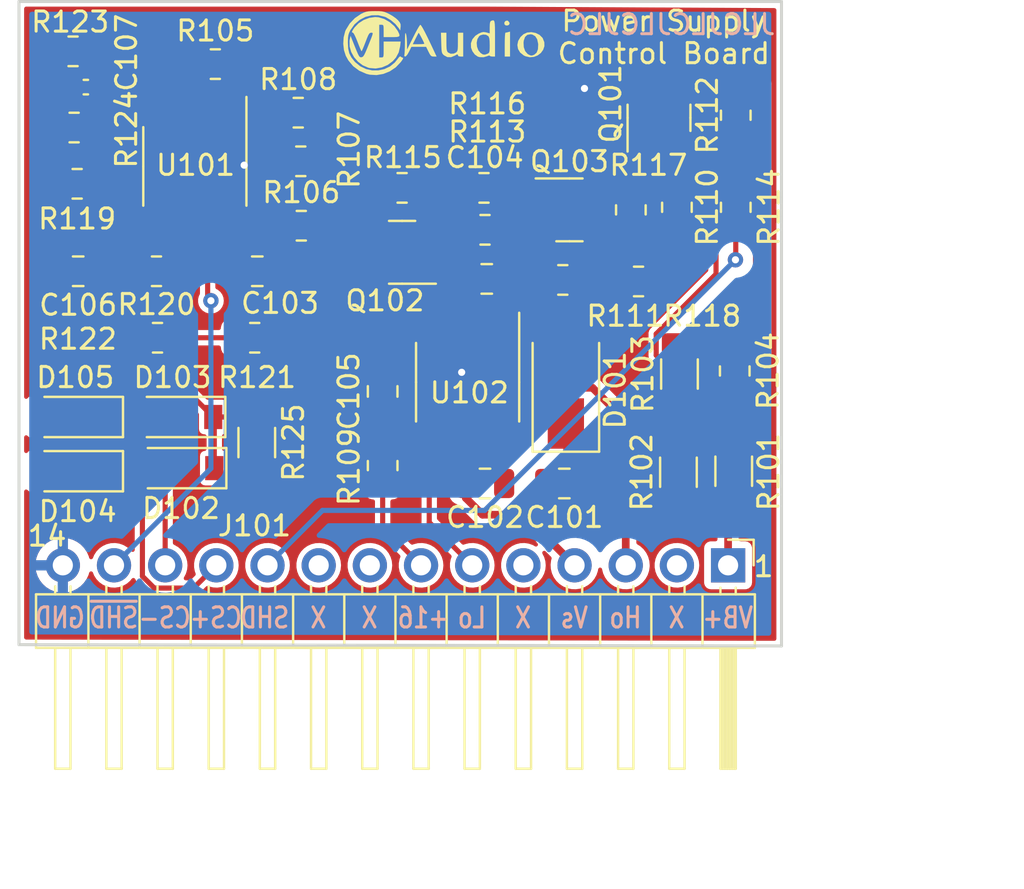
<source format=kicad_pcb>
(kicad_pcb (version 20210228) (generator pcbnew)
  (title_block (title "Power Supply Control Board IR2153") (date "2021-03-10") (rev "Rev 1.1") (company "vh-Audio"))
  (layers (0 "F.Cu" signal) (31 "B.Cu" signal) (34 "B.Paste" user) (35 "F.Paste" user) (36 "B.SilkS" user "B.Silkscreen") (37 "F.SilkS" user "F.Silkscreen") (38 "B.Mask" user) (39 "F.Mask" user) (44 "Edge.Cuts" user))
  (net 0 "")
  (net 1 "GND")
  (net 2 "+16V")
  (net 3 "Net-(C101-Pad1)")
  (net 4 "Vs")
  (net 5 "Net-(C104-Pad1)")
  (net 6 "Net-(D101-Pad2)")
  (net 7 "Net-(C106-Pad1)")
  (net 8 "Net-(C107-Pad1)")
  (net 9 "CS+")
  (net 10 "Net-(D102-Pad1)")
  (net 11 "CS-")
  (net 12 "ShutDown")
  (net 13 "FBK+")
  (net 14 "LO")
  (net 15 "HO")
  (net 16 "VB+")
  (net 20 "Net-(Q101-Pad2)")
  (net 21 "Net-(Q102-Pad2)")
  (net 22 "Net-(Q103-Pad3)")
  (net 23 "Net-(Q103-Pad2)")
  (net 24 "Net-(R101-Pad2)")
  (net 25 "Net-(R102-Pad2)")
  (net 26 "Net-(R103-Pad2)")
  (net 27 "Net-(R105-Pad1)")
  (net 28 "Net-(R106-Pad2)")
  (net 29 "Net-(R108-Pad1)")
  (net 30 "Net-(R111-Pad2)")
  (net 31 "Net-(R111-Pad1)")
  (net 32 "Net-(R119-Pad1)")
  (net 33 "Net-(R120-Pad1)")
  (net 34 "~ShutDown")
  (footprint "Resistor_SMD:R_0805_2012Metric" (layer "F.Cu") (at 125.7968 120.6338 180)
    (fp_text reference "R111" (at -3.1082 -1.7942) (layer "F.SilkS"))
    (fp_text value "1k")
    (pad "1" smd roundrect (at -0.9125 0 180) (size 1.025 1.4) (layers "F.Cu" "F.Paste" "F.Mask") (roundrect_rratio 0.243902) (net 31 "Net-(R111-Pad1)"))
    (pad "2" smd roundrect (at 0.9125 0 180) (size 1.025 1.4) (layers "F.Cu" "F.Paste" "F.Mask") (roundrect_rratio 0.243902) (net 30 "Net-(R111-Pad2)"))
  )
  (footprint "Diode_SMD:D_SOD-123" (layer "F.Cu") (at 101.7176 127.441 180)
    (fp_text reference "D105" (at 0.1176 1.965) (layer "F.SilkS"))
    (fp_text value "1N4148")
    (pad "1" smd rect (at -1.65 0 180) (size 0.9 1.2) (layers "F.Cu" "F.Paste" "F.Mask") (net 11 "CS-"))
    (pad "2" smd rect (at 1.65 0 180) (size 0.9 1.2) (layers "F.Cu" "F.Paste" "F.Mask") (net 1 "GND"))
  )
  (footprint "Capacitor_SMD:C_0402_1005Metric" (layer "F.Cu") (at 102.124 111.059 180)
    (fp_text reference "C107" (at -2.016 1.712 90) (layer "F.SilkS"))
    (fp_text value "47p")
    (pad "1" smd roundrect (at -0.48 0 180) (size 0.56 0.62) (layers "F.Cu" "F.Paste" "F.Mask") (net 8 "Net-(C107-Pad1)"))
    (pad "2" smd roundrect (at 0.48 0 180) (size 0.56 0.62) (layers "F.Cu" "F.Paste" "F.Mask") (net 1 "GND"))
  )
  (footprint "Resistor_SMD:R_0805_2012Metric" (layer "F.Cu") (at 134.382 112.455 90)
    (fp_text reference "R112" (at 0 -1.413 90) (layer "F.SilkS"))
    (fp_text value "10k")
    (pad "1" smd roundrect (at -0.9125 0 90) (size 1.025 1.4) (layers "F.Cu" "F.Paste" "F.Mask") (roundrect_rratio 0.243902) (net 20 "Net-(Q101-Pad2)"))
    (pad "2" smd roundrect (at 0.9125 0 90) (size 1.025 1.4) (layers "F.Cu" "F.Paste" "F.Mask") (roundrect_rratio 0.243902) (net 1 "GND"))
  )
  (footprint "Diode_SMD:D_SMA" (layer "F.Cu") (at 125.9492 125.7646 90)
    (fp_text reference "D101" (at -0.3464 2.4478 90) (layer "F.SilkS"))
    (fp_text value "US1MG")
    (pad "1" smd rect (at -2 0 90) (size 2.5 1.8) (layers "F.Cu" "F.Paste" "F.Mask") (net 3 "Net-(C101-Pad1)"))
    (pad "2" smd rect (at 2 0 90) (size 2.5 1.8) (layers "F.Cu" "F.Paste" "F.Mask") (net 6 "Net-(D101-Pad2)"))
  )
  (footprint "Resistor_SMD:R_0805_2012Metric" (layer "F.Cu") (at 112.8174 117.9424)
    (fp_text reference "R106" (at 0 -1.65) (layer "F.SilkS"))
    (fp_text value "56k")
    (pad "1" smd roundrect (at -0.9125 0) (size 1.025 1.4) (layers "F.Cu" "F.Paste" "F.Mask") (roundrect_rratio 0.243902) (net 2 "+16V"))
    (pad "2" smd roundrect (at 0.9125 0) (size 1.025 1.4) (layers "F.Cu" "F.Paste" "F.Mask") (roundrect_rratio 0.243902) (net 28 "Net-(R106-Pad2)"))
  )
  (footprint "LogoLibrary:VHAudio_Logo_10mm" (layer "F.Cu") (at 119.888 108.839)
    (fp_text reference "REF**" hide)
    (fp_text value "VHAudio_Logo_10mm")
  )
  (footprint "Package_TO_SOT_SMD:SOT-23" (layer "F.Cu") (at 126.127 117.154)
    (fp_text reference "Q103" (at 0 -2.4) (layer "F.SilkS"))
    (fp_text value "MMBT5401")
    (pad "1" smd roundrect (at -0.9375 -0.95) (size 1.475 0.6) (layers "F.Cu" "F.Paste" "F.Mask") (net 2 "+16V"))
    (pad "2" smd roundrect (at -0.9375 0.95) (size 1.475 0.6) (layers "F.Cu" "F.Paste" "F.Mask") (net 23 "Net-(Q103-Pad2)"))
    (pad "3" smd roundrect (at 0.9375 0) (size 1.475 0.6) (layers "F.Cu" "F.Paste" "F.Mask") (net 22 "Net-(Q103-Pad3)"))
  )
  (footprint "Resistor_SMD:R_0805_2012Metric" (layer "F.Cu") (at 101.489 109.281 180)
    (fp_text reference "R123" (at 0.143 1.458) (layer "F.SilkS"))
    (fp_text value "470k")
    (pad "1" smd roundrect (at -0.9125 0 180) (size 1.025 1.4) (layers "F.Cu" "F.Paste" "F.Mask") (roundrect_rratio 0.243902) (net 8 "Net-(C107-Pad1)"))
    (pad "2" smd roundrect (at 0.9125 0 180) (size 1.025 1.4) (layers "F.Cu" "F.Paste" "F.Mask") (roundrect_rratio 0.243902) (net 1 "GND"))
  )
  (footprint "Resistor_SMD:R_0805_2012Metric" (layer "F.Cu") (at 134.382 117.027 -90)
    (fp_text reference "R114" (at 0 -1.65 90) (layer "F.SilkS"))
    (fp_text value "10k")
    (pad "1" smd roundrect (at -0.9125 0 270) (size 1.025 1.4) (layers "F.Cu" "F.Paste" "F.Mask") (roundrect_rratio 0.243902) (net 20 "Net-(Q101-Pad2)"))
    (pad "2" smd roundrect (at 0.9125 0 270) (size 1.025 1.4) (layers "F.Cu" "F.Paste" "F.Mask") (roundrect_rratio 0.243902) (net 12 "ShutDown"))
  )
  (footprint "Resistor_SMD:R_0805_2012Metric" (layer "F.Cu") (at 101.6922 115.8596)
    (fp_text reference "R119" (at 0 1.7424) (layer "F.SilkS"))
    (fp_text value "10k")
    (pad "1" smd roundrect (at -0.9125 0) (size 1.025 1.4) (layers "F.Cu" "F.Paste" "F.Mask") (roundrect_rratio 0.243902) (net 32 "Net-(R119-Pad1)"))
    (pad "2" smd roundrect (at 0.9125 0) (size 1.025 1.4) (layers "F.Cu" "F.Paste" "F.Mask") (roundrect_rratio 0.243902) (net 8 "Net-(C107-Pad1)"))
  )
  (footprint "Resistor_SMD:R_1206_3216Metric" (layer "F.Cu") (at 134.2804 130.1334 90)
    (fp_text reference "R101" (at -0.0416 1.7366 90) (layer "F.SilkS"))
    (fp_text value "100k 0.5W")
    (pad "1" smd roundrect (at -1.4625 0 90) (size 1.125 1.75) (layers "F.Cu" "F.Paste" "F.Mask") (roundrect_rratio 0.222222) (net 16 "VB+"))
    (pad "2" smd roundrect (at 1.4625 0 90) (size 1.125 1.75) (layers "F.Cu" "F.Paste" "F.Mask") (roundrect_rratio 0.222222) (net 24 "Net-(R101-Pad2)"))
  )
  (footprint "Package_SO:SOIC-8_3.9x4.9mm_P1.27mm" (layer "F.Cu") (at 107.5342 114.996 -90)
    (fp_text reference "U101" (at -0.061 -0.0348 180) (layer "F.SilkS"))
    (fp_text value "LM393")
    (pad "1" smd roundrect (at -2.475 -1.905 270) (size 1.95 0.6) (layers "F.Cu" "F.Paste" "F.Mask") (net 34 "~ShutDown"))
    (pad "2" smd roundrect (at -2.475 -0.635 270) (size 1.95 0.6) (layers "F.Cu" "F.Paste" "F.Mask") (net 29 "Net-(R108-Pad1)"))
    (pad "3" smd roundrect (at -2.475 0.635 270) (size 1.95 0.6) (layers "F.Cu" "F.Paste" "F.Mask") (net 27 "Net-(R105-Pad1)"))
    (pad "4" smd roundrect (at -2.475 1.905 270) (size 1.95 0.6) (layers "F.Cu" "F.Paste" "F.Mask") (net 1 "GND"))
    (pad "5" smd roundrect (at 2.475 1.905 270) (size 1.95 0.6) (layers "F.Cu" "F.Paste" "F.Mask") (net 32 "Net-(R119-Pad1)"))
    (pad "6" smd roundrect (at 2.475 0.635 270) (size 1.95 0.6) (layers "F.Cu" "F.Paste" "F.Mask") (net 33 "Net-(R120-Pad1)"))
    (pad "7" smd roundrect (at 2.475 -0.635 270) (size 1.95 0.6) (layers "F.Cu" "F.Paste" "F.Mask") (net 34 "~ShutDown"))
    (pad "8" smd roundrect (at 2.475 -1.905 270) (size 1.95 0.6) (layers "F.Cu" "F.Paste" "F.Mask") (net 2 "+16V"))
  )
  (footprint "Connector_PinHeader_2.54mm:PinHeader_1x14_P2.54mm_Horizontal" (layer "F.Cu") (at 134.001 134.807 -90)
    (fp_text reference "J101" (at -1.965 23.511 180) (layer "F.SilkS"))
    (fp_text value "Conn_01x12")
    (pad "1" thru_hole rect (at 0 0 270) (size 1.7 1.7) (drill 1) (layers *.Cu *.Mask) (net 16 "VB+"))
    (pad "2" thru_hole oval (at 0 2.54 270) (size 1.7 1.7) (drill 1) (layers *.Cu *.Mask))
    (pad "3" thru_hole oval (at 0 5.08 270) (size 1.7 1.7) (drill 1) (layers *.Cu *.Mask) (net 15 "HO"))
    (pad "4" thru_hole oval (at 0 7.62 270) (size 1.7 1.7) (drill 1) (layers *.Cu *.Mask) (net 4 "Vs"))
    (pad "5" thru_hole oval (at 0 10.16 270) (size 1.7 1.7) (drill 1) (layers *.Cu *.Mask))
    (pad "6" thru_hole oval (at 0 12.7 270) (size 1.7 1.7) (drill 1) (layers *.Cu *.Mask) (net 14 "LO"))
    (pad "7" thru_hole oval (at 0 15.24 270) (size 1.7 1.7) (drill 1) (layers *.Cu *.Mask) (net 2 "+16V"))
    (pad "8" thru_hole oval (at 0 17.78 270) (size 1.7 1.7) (drill 1) (layers *.Cu *.Mask) (net 13 "FBK+"))
    (pad "9" thru_hole oval (at 0 20.32 270) (size 1.7 1.7) (drill 1) (layers *.Cu *.Mask))
    (pad "10" thru_hole oval (at 0 22.86 270) (size 1.7 1.7) (drill 1) (layers *.Cu *.Mask) (net 12 "ShutDown"))
    (pad "11" thru_hole oval (at 0 25.4 270) (size 1.7 1.7) (drill 1) (layers *.Cu *.Mask) (net 9 "CS+"))
    (pad "12" thru_hole oval (at 0 27.94 270) (size 1.7 1.7) (drill 1) (layers *.Cu *.Mask) (net 11 "CS-"))
    (pad "13" thru_hole oval (at 0 30.48 270) (size 1.7 1.7) (drill 1) (layers *.Cu *.Mask) (net 34 "~ShutDown"))
    (pad "14" thru_hole oval (at 0 33.02 270) (size 1.7 1.7) (drill 1) (layers *.Cu *.Mask) (net 1 "GND"))
  )
  (footprint "Resistor_SMD:R_0805_2012Metric" (layer "F.Cu") (at 129.175 117.154 90)
    (fp_text reference "R117" (at 2.219 0.873 180) (layer "F.SilkS"))
    (fp_text value "10k")
    (pad "1" smd roundrect (at -0.9125 0 90) (size 1.025 1.4) (layers "F.Cu" "F.Paste" "F.Mask") (roundrect_rratio 0.243902) (net 23 "Net-(Q103-Pad2)"))
    (pad "2" smd roundrect (at 0.9125 0 90) (size 1.025 1.4) (layers "F.Cu" "F.Paste" "F.Mask") (roundrect_rratio 0.243902) (net 2 "+16V"))
  )
  (footprint "Capacitor_SMD:C_0805_2012Metric" (layer "F.Cu") (at 101.743 120.203 180)
    (fp_text reference "C106" (at 0 -1.68) (layer "F.SilkS"))
    (fp_text value "100n")
    (pad "1" smd roundrect (at -0.95 0 180) (size 1 1.45) (layers "F.Cu" "F.Paste" "F.Mask") (net 7 "Net-(C106-Pad1)"))
    (pad "2" smd roundrect (at 0.95 0 180) (size 1 1.45) (layers "F.Cu" "F.Paste" "F.Mask") (net 1 "GND"))
  )
  (footprint "Package_TO_SOT_SMD:SOT-23" (layer "F.Cu") (at 130.572 112.582 90)
    (fp_text reference "Q101" (at 0.695 -2.4 90) (layer "F.SilkS"))
    (fp_text value "MMBT5551L")
    (pad "1" smd roundrect (at -0.9375 -0.95 90) (size 1.475 0.6) (layers "F.Cu" "F.Paste" "F.Mask") (net 34 "~ShutDown"))
    (pad "2" smd roundrect (at -0.9375 0.95 90) (size 1.475 0.6) (layers "F.Cu" "F.Paste" "F.Mask") (net 20 "Net-(Q101-Pad2)"))
    (pad "3" smd roundrect (at 0.9375 0 90) (size 1.475 0.6) (layers "F.Cu" "F.Paste" "F.Mask") (net 1 "GND"))
  )
  (footprint "Capacitor_SMD:C_0805_2012Metric" (layer "F.Cu") (at 121.936 130.743 180)
    (fp_text reference "C102" (at 0 -1.68) (layer "F.SilkS"))
    (fp_text value "10µ/25V")
    (pad "1" smd roundrect (at -0.95 0 180) (size 1 1.45) (layers "F.Cu" "F.Paste" "F.Mask") (net 3 "Net-(C101-Pad1)"))
    (pad "2" smd roundrect (at 0.95 0 180) (size 1 1.45) (layers "F.Cu" "F.Paste" "F.Mask") (net 4 "Vs"))
  )
  (footprint "Capacitor_SMD:C_0805_2012Metric" (layer "F.Cu") (at 122.0224 120.583)
    (fp_text reference "C104" (at -0.1024 -6.029) (layer "F.SilkS"))
    (fp_text value "4n7")
    (pad "1" smd roundrect (at -0.95 0) (size 1 1.45) (layers "F.Cu" "F.Paste" "F.Mask") (net 5 "Net-(C104-Pad1)"))
    (pad "2" smd roundrect (at 0.95 0) (size 1 1.45) (layers "F.Cu" "F.Paste" "F.Mask") (net 1 "GND"))
  )
  (footprint "Resistor_SMD:R_0805_2012Metric" (layer "F.Cu") (at 110.506 123.505 180)
    (fp_text reference "R121" (at -0.111 -1.971) (layer "F.SilkS"))
    (fp_text value "56k")
    (pad "1" smd roundrect (at -0.9125 0 180) (size 1.025 1.4) (layers "F.Cu" "F.Paste" "F.Mask") (roundrect_rratio 0.243902) (net 2 "+16V"))
    (pad "2" smd roundrect (at 0.9125 0 180) (size 1.025 1.4) (layers "F.Cu" "F.Paste" "F.Mask") (roundrect_rratio 0.243902) (net 7 "Net-(C106-Pad1)"))
  )
  (footprint "Resistor_SMD:R_0805_2012Metric" (layer "F.Cu") (at 112.665 112.329)
    (fp_text reference "R108" (at 0 -1.65) (layer "F.SilkS"))
    (fp_text value "47k")
    (pad "1" smd roundrect (at -0.9125 0) (size 1.025 1.4) (layers "F.Cu" "F.Paste" "F.Mask") (roundrect_rratio 0.243902) (net 29 "Net-(R108-Pad1)"))
    (pad "2" smd roundrect (at 0.9125 0) (size 1.025 1.4) (layers "F.Cu" "F.Paste" "F.Mask") (roundrect_rratio 0.243902) (net 28 "Net-(R106-Pad2)"))
  )
  (footprint "Resistor_SMD:R_0805_2012Metric" (layer "F.Cu") (at 116.856 129.854 -90)
    (fp_text reference "R109" (at 0.067 1.667 90) (layer "F.SilkS"))
    (fp_text value "150")
    (pad "1" smd roundrect (at -0.9125 0 270) (size 1.025 1.4) (layers "F.Cu" "F.Paste" "F.Mask") (roundrect_rratio 0.243902) (net 6 "Net-(D101-Pad2)"))
    (pad "2" smd roundrect (at 0.9125 0 270) (size 1.025 1.4) (layers "F.Cu" "F.Paste" "F.Mask") (roundrect_rratio 0.243902) (net 2 "+16V"))
  )
  (footprint "Resistor_SMD:R_0805_2012Metric" (layer "F.Cu") (at 121.8852 116.0618)
    (fp_text reference "R116" (at 0.1618 -4.1748) (layer "F.SilkS"))
    (fp_text value "10k")
    (pad "1" smd roundrect (at -0.9125 0) (size 1.025 1.4) (layers "F.Cu" "F.Paste" "F.Mask") (roundrect_rratio 0.243902) (net 21 "Net-(Q102-Pad2)"))
    (pad "2" smd roundrect (at 0.9125 0) (size 1.025 1.4) (layers "F.Cu" "F.Paste" "F.Mask") (roundrect_rratio 0.243902) (net 22 "Net-(Q103-Pad3)"))
  )
  (footprint "Resistor_SMD:R_0805_2012Metric" (layer "F.Cu") (at 134.3312 125.155 -90)
    (fp_text reference "R104" (at 0 -1.65 90) (layer "F.SilkS"))
    (fp_text value "2k7")
    (pad "1" smd roundrect (at -0.9125 0 270) (size 1.025 1.4) (layers "F.Cu" "F.Paste" "F.Mask") (roundrect_rratio 0.243902) (net 26 "Net-(R103-Pad2)"))
    (pad "2" smd roundrect (at 0.9125 0 270) (size 1.025 1.4) (layers "F.Cu" "F.Paste" "F.Mask") (roundrect_rratio 0.243902) (net 1 "GND"))
  )
  (footprint "Diode_SMD:D_SOD-123" (layer "F.Cu") (at 106.8484 129.981 180)
    (fp_text reference "D102" (at 0 -2) (layer "F.SilkS"))
    (fp_text value "1N4148")
    (pad "1" smd rect (at -1.65 0 180) (size 0.9 1.2) (layers "F.Cu" "F.Paste" "F.Mask") (net 10 "Net-(D102-Pad1)"))
    (pad "2" smd rect (at 1.65 0 180) (size 0.9 1.2) (layers "F.Cu" "F.Paste" "F.Mask") (net 9 "CS+"))
  )
  (footprint "Resistor_SMD:R_0805_2012Metric" (layer "F.Cu") (at 121.936 118.1446 180)
    (fp_text reference "R113" (at -0.111 4.8606) (layer "F.SilkS"))
    (fp_text value "1k")
    (pad "1" smd roundrect (at -0.9125 0 180) (size 1.025 1.4) (layers "F.Cu" "F.Paste" "F.Mask") (roundrect_rratio 0.243902) (net 30 "Net-(R111-Pad2)"))
    (pad "2" smd roundrect (at 0.9125 0 180) (size 1.025 1.4) (layers "F.Cu" "F.Paste" "F.Mask") (roundrect_rratio 0.243902) (net 5 "Net-(C104-Pad1)"))
  )
  (footprint "Diode_SMD:D_SOD-123" (layer "F.Cu") (at 106.7976 127.441 180)
    (fp_text reference "D103" (at 0.3716 1.965) (layer "F.SilkS"))
    (fp_text value "1N4148")
    (pad "1" smd rect (at -1.65 0 180) (size 0.9 1.2) (layers "F.Cu" "F.Paste" "F.Mask") (net 10 "Net-(D102-Pad1)"))
    (pad "2" smd rect (at 1.65 0 180) (size 0.9 1.2) (layers "F.Cu" "F.Paste" "F.Mask") (net 11 "CS-"))
  )
  (footprint "Resistor_SMD:R_0805_2012Metric" (layer "F.Cu") (at 112.792 114.742 180)
    (fp_text reference "R107" (at -2.397 0.569 90) (layer "F.SilkS"))
    (fp_text value "10k")
    (pad "1" smd roundrect (at -0.9125 0 180) (size 1.025 1.4) (layers "F.Cu" "F.Paste" "F.Mask") (roundrect_rratio 0.243902) (net 28 "Net-(R106-Pad2)"))
    (pad "2" smd roundrect (at 0.9125 0 180) (size 1.025 1.4) (layers "F.Cu" "F.Paste" "F.Mask") (roundrect_rratio 0.243902) (net 1 "GND"))
  )
  (footprint "Capacitor_SMD:C_0805_2012Metric" (layer "F.Cu") (at 116.856 126.171 90)
    (fp_text reference "C105" (at 0 -1.68 90) (layer "F.SilkS"))
    (fp_text value "10µ/25V")
    (pad "1" smd roundrect (at -0.95 0 90) (size 1 1.45) (layers "F.Cu" "F.Paste" "F.Mask") (net 6 "Net-(D101-Pad2)"))
    (pad "2" smd roundrect (at 0.95 0 90) (size 1 1.45) (layers "F.Cu" "F.Paste" "F.Mask") (net 1 "GND"))
  )
  (footprint "Capacitor_SMD:C_0805_2012Metric" (layer "F.Cu") (at 125.873 130.743 180)
    (fp_text reference "C101" (at 0 -1.68) (layer "F.SilkS"))
    (fp_text value "100n")
    (pad "1" smd roundrect (at -0.95 0 180) (size 1 1.45) (layers "F.Cu" "F.Paste" "F.Mask") (net 3 "Net-(C101-Pad1)"))
    (pad "2" smd roundrect (at 0.95 0 180) (size 1 1.45) (layers "F.Cu" "F.Paste" "F.Mask") (net 4 "Vs"))
  )
  (footprint "Resistor_SMD:R_0805_2012Metric" (layer "F.Cu") (at 105.68 123.505 180)
    (fp_text reference "R122" (at 3.953 -0.066) (layer "F.SilkS"))
    (fp_text value "12k")
    (pad "1" smd roundrect (at -0.9125 0 180) (size 1.025 1.4) (layers "F.Cu" "F.Paste" "F.Mask") (roundrect_rratio 0.243902) (net 7 "Net-(C106-Pad1)"))
    (pad "2" smd roundrect (at 0.9125 0 180) (size 1.025 1.4) (layers "F.Cu" "F.Paste" "F.Mask") (roundrect_rratio 0.243902) (net 1 "GND"))
  )
  (footprint "Package_TO_SOT_SMD:SOT-23" (layer "F.Cu") (at 117.8212 119.2622 180)
    (fp_text reference "Q102" (at 0.8542 -2.4038) (layer "F.SilkS"))
    (fp_text value "MMBT5551L")
    (pad "1" smd roundrect (at -0.9375 -0.95 180) (size 1.475 0.6) (layers "F.Cu" "F.Paste" "F.Mask") (net 5 "Net-(C104-Pad1)"))
    (pad "2" smd roundrect (at -0.9375 0.95 180) (size 1.475 0.6) (layers "F.Cu" "F.Paste" "F.Mask") (net 21 "Net-(Q102-Pad2)"))
    (pad "3" smd roundrect (at 0.9375 0 180) (size 1.475 0.6) (layers "F.Cu" "F.Paste" "F.Mask") (net 1 "GND"))
  )
  (footprint "Resistor_SMD:R_1206_3216Metric" (layer "F.Cu") (at 131.588 125.3074 90)
    (fp_text reference "R103" (at 0 -1.82 90) (layer "F.SilkS"))
    (fp_text value "100k 0.5W")
    (pad "1" smd roundrect (at -1.4625 0 90) (size 1.125 1.75) (layers "F.Cu" "F.Paste" "F.Mask") (roundrect_rratio 0.222222) (net 25 "Net-(R102-Pad2)"))
    (pad "2" smd roundrect (at 1.4625 0 90) (size 1.125 1.75) (layers "F.Cu" "F.Paste" "F.Mask") (roundrect_rratio 0.222222) (net 26 "Net-(R103-Pad2)"))
  )
  (footprint "Resistor_SMD:R_0805_2012Metric" (layer "F.Cu") (at 101.5417 113.0656 180)
    (fp_text reference "R124" (at -2.5983 -0.0914 90) (layer "F.SilkS"))
    (fp_text value "12k")
    (pad "1" smd roundrect (at -0.9125 0 180) (size 1.025 1.4) (layers "F.Cu" "F.Paste" "F.Mask") (roundrect_rratio 0.243902) (net 8 "Net-(C107-Pad1)"))
    (pad "2" smd roundrect (at 0.9125 0 180) (size 1.025 1.4) (layers "F.Cu" "F.Paste" "F.Mask") (roundrect_rratio 0.243902) (net 10 "Net-(D102-Pad1)"))
  )
  (footprint "Resistor_SMD:R_0805_2012Metric" (layer "F.Cu") (at 108.5502 109.916)
    (fp_text reference "R105" (at 0 -1.65) (layer "F.SilkS"))
    (fp_text value "47k")
    (pad "1" smd roundrect (at -0.9125 0) (size 1.025 1.4) (layers "F.Cu" "F.Paste" "F.Mask") (roundrect_rratio 0.243902) (net 27 "Net-(R105-Pad1)"))
    (pad "2" smd roundrect (at 0.9125 0) (size 1.025 1.4) (layers "F.Cu" "F.Paste" "F.Mask") (roundrect_rratio 0.243902) (net 26 "Net-(R103-Pad2)"))
  )
  (footprint "Package_SO:SOIC-8_3.9x4.9mm_P1.27mm" (layer "F.Cu") (at 121.0724 125.7138 -90)
    (fp_text reference "U102" (at 0.5242 -0.0856 180) (layer "F.SilkS"))
    (fp_text value "IR2153")
    (pad "1" smd roundrect (at -2.475 -1.905 270) (size 1.95 0.6) (layers "F.Cu" "F.Paste" "F.Mask") (net 6 "Net-(D101-Pad2)"))
    (pad "2" smd roundrect (at -2.475 -0.635 270) (size 1.95 0.6) (layers "F.Cu" "F.Paste" "F.Mask") (net 31 "Net-(R111-Pad1)"))
    (pad "3" smd roundrect (at -2.475 0.635 270) (size 1.95 0.6) (layers "F.Cu" "F.Paste" "F.Mask") (net 5 "Net-(C104-Pad1)"))
    (pad "4" smd roundrect (at -2.475 1.905 270) (size 1.95 0.6) (layers "F.Cu" "F.Paste" "F.Mask") (net 1 "GND"))
    (pad "5" smd roundrect (at 2.475 1.905 270) (size 1.95 0.6) (layers "F.Cu" "F.Paste" "F.Mask") (net 14 "LO"))
    (pad "6" smd roundrect (at 2.475 0.635 270) (size 1.95 0.6) (layers "F.Cu" "F.Paste" "F.Mask") (net 4 "Vs"))
    (pad "7" smd roundrect (at 2.475 -0.635 270) (size 1.95 0.6) (layers "F.Cu" "F.Paste" "F.Mask") (net 15 "HO"))
    (pad "8" smd roundrect (at 2.475 -1.905 270) (size 1.95 0.6) (layers "F.Cu" "F.Paste" "F.Mask") (net 3 "Net-(C101-Pad1)"))
  )
  (footprint "Resistor_SMD:R_0805_2012Metric" (layer "F.Cu") (at 117.8212 116.0618 180)
    (fp_text reference "R115" (at -0.0348 1.5078) (layer "F.SilkS"))
    (fp_text value "10k")
    (pad "1" smd roundrect (at -0.9125 0 180) (size 1.025 1.4) (layers "F.Cu" "F.Paste" "F.Mask") (roundrect_rratio 0.243902) (net 21 "Net-(Q102-Pad2)"))
    (pad "2" smd roundrect (at 0.9125 0 180) (size 1.025 1.4) (layers "F.Cu" "F.Paste" "F.Mask") (roundrect_rratio 0.243902) (net 1 "GND"))
  )
  (footprint "Resistor_SMD:R_0805_2012Metric" (layer "F.Cu") (at 129.556 120.71)
    (fp_text reference "R118" (at 3.159 1.718) (layer "F.SilkS"))
    (fp_text value "12k")
    (pad "1" smd roundrect (at -0.9125 0) (size 1.025 1.4) (layers "F.Cu" "F.Paste" "F.Mask") (roundrect_rratio 0.243902) (net 23 "Net-(Q103-Pad2)"))
    (pad "2" smd roundrect (at 0.9125 0) (size 1.025 1.4) (layers "F.Cu" "F.Paste" "F.Mask") (roundrect_rratio 0.243902) (net 34 "~ShutDown"))
  )
  (footprint "Resistor_SMD:R_0805_2012Metric" (layer "F.Cu") (at 105.6292 120.203 180)
    (fp_text reference "R120" (at 0 -1.65) (layer "F.SilkS"))
    (fp_text value "10k")
    (pad "1" smd roundrect (at -0.9125 0 180) (size 1.025 1.4) (layers "F.Cu" "F.Paste" "F.Mask") (roundrect_rratio 0.243902) (net 33 "Net-(R120-Pad1)"))
    (pad "2" smd roundrect (at 0.9125 0 180) (size 1.025 1.4) (layers "F.Cu" "F.Paste" "F.Mask") (roundrect_rratio 0.243902) (net 7 "Net-(C106-Pad1)"))
  )
  (footprint "Resistor_SMD:R_1206_3216Metric" (layer "F.Cu") (at 131.5372 130.1842 90)
    (fp_text reference "R102" (at 0 -1.82 90) (layer "F.SilkS"))
    (fp_text value "100k 0.5W")
    (pad "1" smd roundrect (at -1.4625 0 90) (size 1.125 1.75) (layers "F.Cu" "F.Paste" "F.Mask") (roundrect_rratio 0.222222) (net 24 "Net-(R101-Pad2)"))
    (pad "2" smd roundrect (at 1.4625 0 90) (size 1.125 1.75) (layers "F.Cu" "F.Paste" "F.Mask") (roundrect_rratio 0.222222) (net 25 "Net-(R102-Pad2)"))
  )
  (footprint "Capacitor_SMD:C_0805_2012Metric" (layer "F.Cu") (at 110.633 120.203)
    (fp_text reference "C103" (at 1.127 1.59) (layer "F.SilkS"))
    (fp_text value "100n")
    (pad "1" smd roundrect (at -0.95 0) (size 1 1.45) (layers "F.Cu" "F.Paste" "F.Mask") (net 2 "+16V"))
    (pad "2" smd roundrect (at 0.95 0) (size 1 1.45) (layers "F.Cu" "F.Paste" "F.Mask") (net 1 "GND"))
  )
  (footprint "Resistor_SMD:R_1206_3216Metric" (layer "F.Cu") (at 110.6076 128.711 -90)
    (fp_text reference "R125" (at 0 -1.82 90) (layer "F.SilkS"))
    (fp_text value "22 0,5W")
    (pad "1" smd roundrect (at -1.4625 0 270) (size 1.125 1.75) (layers "F.Cu" "F.Paste" "F.Mask") (roundrect_rratio 0.222222) (net 10 "Net-(D102-Pad1)"))
    (pad "2" smd roundrect (at 1.4625 0 270) (size 1.125 1.75) (layers "F.Cu" "F.Paste" "F.Mask") (roundrect_rratio 0.222222) (net 1 "GND"))
  )
  (footprint "Resistor_SMD:R_0805_2012Metric" (layer "F.Cu") (at 131.461 117.027 -90)
    (fp_text reference "R110" (at 0 -1.508 90) (layer "F.SilkS"))
    (fp_text value "5k6")
    (pad "1" smd roundrect (at -0.9125 0 270) (size 1.025 1.4) (layers "F.Cu" "F.Paste" "F.Mask") (roundrect_rratio 0.243902) (net 2 "+16V"))
    (pad "2" smd roundrect (at 0.9125 0 270) (size 1.025 1.4) (layers "F.Cu" "F.Paste" "F.Mask") (roundrect_rratio 0.243902) (net 34 "~ShutDown"))
  )
  (footprint "Diode_SMD:D_SOD-123" (layer "F.Cu") (at 101.7176 130.1334 180)
    (fp_text reference "D104" (at 0 -2) (layer "F.SilkS"))
    (fp_text value "1N4148")
    (pad "1" smd rect (at -1.65 0 180) (size 0.9 1.2) (layers "F.Cu" "F.Paste" "F.Mask") (net 9 "CS+"))
    (pad "2" smd rect (at 1.65 0 180) (size 0.9 1.2) (layers "F.Cu" "F.Paste" "F.Mask") (net 1 "GND"))
  )
  (gr_line (start 136.652 138.811) (end 136.652 106.807) (layer "Edge.Cuts") (width 0.15))
  (gr_line (start 136.652 106.807) (end 98.806 106.807) (layer "Edge.Cuts") (width 0.15))
  (gr_line (start 98.806 106.807) (end 98.806 138.7475) (layer "Edge.Cuts") (width 0.15))
  (gr_line (start 98.806 138.7475) (end 136.652 138.811) (layer "Edge.Cuts") (width 0.15))
  (gr_text "GND" (at 100.838 137.414) (layer "B.SilkS") (effects (font (size 1 0.8)) (justify mirror)))
  (gr_text "CS-" (at 106.045 137.414) (layer "B.SilkS") (effects (font (size 1 0.8)) (justify mirror)))
  (gr_text "VB+" (at 133.985 137.414) (layer "B.SilkS") (effects (font (size 1 0.8)) (justify mirror)))
  (gr_text "CS+" (at 108.585 137.414) (layer "B.SilkS") (effects (font (size 1 0.8)) (justify mirror)))
  (gr_text "SHD" (at 110.998 137.414) (layer "B.SilkS") (effects (font (size 1 0.8)) (justify mirror)))
  (gr_text "X" (at 123.825 137.414) (layer "B.SilkS") (effects (font (size 1 0.8)) (justify mirror)))
  (gr_text "Ho" (at 128.905 137.414) (layer "B.SilkS") (effects (font (size 1 0.8)) (justify mirror)))
  (gr_text "~SHD" (at 103.505 137.414) (layer "B.SilkS") (effects (font (size 1 0.8)) (justify mirror)))
  (gr_text "Lo" (at 121.285 137.414) (layer "B.SilkS") (effects (font (size 1 0.8)) (justify mirror)))
  (gr_text "JLCJLCJLCJLC" (at 131.191 107.95) (layer "B.SilkS") (effects (font (size 1 1)) (justify mirror)))
  (gr_text "Vs" (at 126.365 137.414) (layer "B.SilkS") (effects (font (size 1 0.8)) (justify mirror)))
  (gr_text "X" (at 113.665 137.414) (layer "B.SilkS") (effects (font (size 1 0.8)) (justify mirror)))
  (gr_text "+16" (at 118.872 137.414) (layer "B.SilkS") (effects (font (size 1 0.8)) (justify mirror)))
  (gr_text "X" (at 131.445 137.414) (layer "B.SilkS") (effects (font (size 1 0.8)) (justify mirror)))
  (gr_text "X" (at 116.205 137.414) (layer "B.SilkS") (effects (font (size 1 0.8)) (justify mirror)))
  (gr_text "1\n" (at 135.763 134.8705) (layer "F.SilkS") (effects (font (size 1 1))))
  (gr_text "Power Supply\nControl Board" (at 130.81 108.585) (layer "F.SilkS") (effects (font (size 1 1))))
  (gr_text "14\n" (at 100.203 133.35) (layer "F.SilkS") (effects (font (size 1 1))))
  (segment (start 121.01682 124.98218) (end 120.777 125.222) (width 0.254) (layer "F.Cu") (net 1))
  (segment (start 122.546114 120.583) (end 121.01682 122.112294) (width 0.254) (layer "F.Cu") (net 1))
  (segment (start 121.01682 122.112294) (end 121.01682 124.98218) (width 0.254) (layer "F.Cu") (net 1))
  (segment (start 122.9724 120.583) (end 122.546114 120.583) (width 0.254) (layer "F.Cu") (net 1))
  (segment (start 116.9087 116.0618) (end 116.9087 115.6283) (width 0.254) (layer "F.Cu") (net 1))
  (via (at 109.982 114.935) (size 0.762) (drill 0.3556) (layers "F.Cu" "B.Cu") (net 1))
  (via (at 120.777 125.222) (size 0.762) (drill 0.3556) (layers "F.Cu" "B.Cu") (net 1))
  (via (at 126.873 111.125) (size 0.762) (drill 0.3556) (layers "F.Cu" "B.Cu") (net 1))
  (segment (start 120.777 125.222) (end 120.65 125.222) (width 0.254) (layer "B.Cu") (net 1))
  (segment (start 109.683 120.203) (end 109.683 119.208) (width 0.254) (layer "F.Cu") (net 2))
  (segment (start 120.41638 115.08238) (end 116.68358 111.34958) (width 0.254) (layer "F.Cu") (net 2))
  (segment (start 113.095706 111.34958) (end 112.78558 111.659706) (width 0.254) (layer "F.Cu") (net 2))
  (segment (start 124.06788 115.08238) (end 120.41638 115.08238) (width 0.254) (layer "F.Cu") (net 2))
  (segment (start 109.4392 118.9642) (end 109.4392 117.471) (width 0.254) (layer "F.Cu") (net 2))
  (segment (start 109.683 119.208) (end 109.4392 118.9642) (width 0.254) (layer "F.Cu") (net 2))
  (segment (start 110.5764 117.9424) (end 110.236 117.602) (width 0.254) (layer "F.Cu") (net 2))
  (segment (start 131.461 116.1145) (end 129.302 116.1145) (width 0.254) (layer "F.Cu") (net 2))
  (segment (start 116.856 130.7665) (end 111.4185 125.329) (width 0.254) (layer "F.Cu") (net 2))
  (segment (start 111.9049 117.9424) (end 110.5764 117.9424) (width 0.254) (layer "F.Cu") (net 2))
  (segment (start 112.78558 117.06172) (end 111.9049 117.9424) (width 0.254) (layer "F.Cu") (net 2))
  (segment (start 110.236 117.602) (end 110.236 117.475) (width 0.254) (layer "F.Cu") (net 2))
  (segment (start 116.68358 111.34958) (end 113.095706 111.34958) (width 0.254) (layer "F.Cu") (net 2))
  (segment (start 125.227 116.2415) (end 125.1895 116.204) (width 0.254) (layer "F.Cu") (net 2))
  (segment (start 110.232 117.471) (end 109.4392 117.471) (width 0.254) (layer "F.Cu") (net 2))
  (segment (start 125.1895 116.204) (end 124.06788 115.08238) (width 0.254) (layer "F.Cu") (net 2))
  (segment (start 129.302 116.1145) (end 129.175 116.2415) (width 0.254) (layer "F.Cu") (net 2))
  (segment (start 129.175 116.2415) (end 125.227 116.2415) (width 0.254) (layer "F.Cu") (net 2))
  (segment (start 110.236 117.475) (end 110.232 117.471) (width 0.254) (layer "F.Cu") (net 2))
  (segment (start 111.186 123.505) (end 109.683 122.002) (width 0.254) (layer "F.Cu") (net 2))
  (segment (start 109.683 122.002) (end 109.683 120.203) (width 0.254) (layer "F.Cu") (net 2))
  (segment (start 116.856 132.902) (end 118.761 134.807) (width 0.254) (layer "F.Cu") (net 2))
  (segment (start 112.78558 111.659706) (end 112.78558 117.06172) (width 0.254) (layer "F.Cu") (net 2))
  (segment (start 111.4185 123.505) (end 111.186 123.505) (width 0.254) (layer "F.Cu") (net 2))
  (segment (start 116.856 130.7665) (end 116.856 132.902) (width 0.254) (layer "F.Cu") (net 2))
  (segment (start 111.4185 125.329) (end 111.4185 123.505) (width 0.254) (layer "F.Cu") (net 2))
  (segment (start 122.886 129.717) (end 122.9774 129.6256) (width 0.254) (layer "F.Cu") (net 3))
  (segment (start 122.9774 128.1888) (end 123.4016 127.7646) (width 0.254) (layer "F.Cu") (net 3))
  (segment (start 122.9774 129.6256) (end 122.9774 128.1888) (width 0.254) (layer "F.Cu") (net 3))
  (segment (start 126.823 130.743) (end 126.823 130.252) (width 0.254) (layer "F.Cu") (net 3))
  (segment (start 122.886 130.743) (end 122.886 129.717) (width 0.254) (layer "F.Cu") (net 3))
  (segment (start 126.823 130.252) (end 125.9492 129.3782) (width 0.254) (layer "F.Cu") (net 3))
  (segment (start 125.9492 129.3782) (end 125.9492 127.7646) (width 0.254) (layer "F.Cu") (net 3))
  (segment (start 123.4016 127.7646) (end 125.9492 127.7646) (width 0.254) (layer "F.Cu") (net 3))
  (segment (start 120.4374 128.1888) (end 120.4374 130.1944) (width 0.381) (layer "F.Cu") (net 4))
  (segment (start 120.986 130.743) (end 120.986 131.468) (width 0.381) (layer "F.Cu") (net 4))
  (segment (start 124.923 133.349) (end 126.381 134.807) (width 0.381) (layer "F.Cu") (net 4))
  (segment (start 120.4374 130.1944) (end 120.986 130.743) (width 0.381) (layer "F.Cu") (net 4))
  (segment (start 124.09748 132.29352) (end 124.923 131.468) (width 0.381) (layer "F.Cu") (net 4))
  (segment (start 120.986 131.468) (end 121.81152 132.29352) (width 0.381) (layer "F.Cu") (net 4))
  (segment (start 124.923 131.468) (end 124.923 130.743) (width 0.381) (layer "F.Cu") (net 4))
  (segment (start 124.923 130.743) (end 124.923 133.349) (width 0.381) (layer "F.Cu") (net 4))
  (segment (start 121.81152 132.29352) (end 124.09748 132.29352) (width 0.381) (layer "F.Cu") (net 4))
  (segment (start 118.7587 120.7907) (end 118.7587 120.2122) (width 0.254) (layer "F.Cu") (net 5))
  (segment (start 121.0724 118.1935) (end 121.0235 118.1446) (width 0.254) (layer "F.Cu") (net 5))
  (segment (start 120.4374 122.4694) (end 119.6975 121.7295) (width 0.254) (layer "F.Cu") (net 5))
  (segment (start 121.0724 120.583) (end 121.0724 118.1935) (width 0.254) (layer "F.Cu") (net 5))
  (segment (start 121.0724 120.583) (end 119.9259 121.7295) (width 0.254) (layer "F.Cu") (net 5))
  (segment (start 120.4374 123.2388) (end 120.4374 122.4694) (width 0.254) (layer "F.Cu") (net 5))
  (segment (start 119.9259 121.7295) (end 119.6975 121.7295) (width 0.254) (layer "F.Cu") (net 5))
  (segment (start 119.6975 121.7295) (end 118.7587 120.7907) (width 0.254) (layer "F.Cu") (net 5))
  (segment (start 122.9774 124.2138) (end 121.0802 126.111) (width 0.254) (layer "F.Cu") (net 6))
  (segment (start 122.9774 123.2388) (end 123.5032 123.7646) (width 0.254) (layer "F.Cu") (net 6))
  (segment (start 117.866 126.111) (end 116.856 127.121) (width 0.254) (layer "F.Cu") (net 6))
  (segment (start 123.5032 123.7646) (end 125.9492 123.7646) (width 0.254) (layer "F.Cu") (net 6))
  (segment (start 121.0802 126.111) (end 117.866 126.111) (width 0.254) (layer "F.Cu") (net 6))
  (segment (start 122.9774 123.2388) (end 122.9774 124.2138) (width 0.254) (layer "F.Cu") (net 6))
  (segment (start 116.856 128.9415) (end 116.856 127.121) (width 0.254) (layer "F.Cu") (net 6))
  (segment (start 104.7167 120.203) (end 102.693 120.203) (width 0.254) (layer "F.Cu") (net 7))
  (segment (start 104.7167 121.6292) (end 106.5925 123.505) (width 0.254) (layer "F.Cu") (net 7))
  (segment (start 106.5925 123.505) (end 109.5935 123.505) (width 0.254) (layer "F.Cu") (net 7))
  (segment (start 104.7167 120.203) (end 104.7167 121.6292) (width 0.254) (layer "F.Cu") (net 7))
  (segment (start 102.604 112.9158) (end 102.4542 113.0656) (width 0.254) (layer "F.Cu") (net 8))
  (segment (start 102.4015 109.281) (end 102.4015 110.8565) (width 0.254) (layer "F.Cu") (net 8))
  (segment (start 102.604 111.059) (end 102.604 112.9158) (width 0.254) (layer "F.Cu") (net 8))
  (segment (start 102.6047 113.2161) (end 102.4542 113.0656) (width 0.254) (layer "F.Cu") (net 8))
  (segment (start 102.4015 110.8565) (end 102.604 111.059) (width 0.254) (layer "F.Cu") (net 8))
  (segment (start 102.6047 115.8596) (end 102.6047 113.2161) (width 0.254) (layer "F.Cu") (net 8))
  (segment (start 105.1984 129.981) (end 104.931589 130.247811) (width 0.254) (layer "F.Cu") (net 9))
  (segment (start 107.471589 135.936411) (end 108.601 134.807) (width 0.254) (layer "F.Cu") (net 9))
  (segment (start 105.1984 129.981) (end 103.52 129.981) (width 0.254) (layer "F.Cu") (net 9))
  (segment (start 103.52 129.981) (end 103.3676 130.1334) (width 0.254) (layer "F.Cu") (net 9))
  (segment (start 105.518882 135.936411) (end 107.471589 135.936411) (width 0.254) (layer "F.Cu") (net 9))
  (segment (start 104.931589 135.349118) (end 105.518882 135.936411) (width 0.254) (layer "F.Cu") (net 9))
  (segment (start 104.931589 130.247811) (end 104.931589 135.349118) (width 0.254) (layer "F.Cu") (net 9))
  (segment (start 108.4476 127.441) (end 110.4151 127.441) (width 0.254) (layer "F.Cu") (net 10))
  (segment (start 106.8636 125.857) (end 108.4476 127.441) (width 0.254) (layer "F.Cu") (net 10))
  (segment (start 110.4151 127.441) (end 110.6076 127.2485) (width 0.254) (layer "F.Cu") (net 10))
  (segment (start 103.505 125.857) (end 106.8636 125.857) (width 0.254) (layer "F.Cu") (net 10))
  (segment (start 108.4984 129.981) (end 108.4984 127.4918) (width 0.254) (layer "F.Cu") (net 10))
  (segment (start 99.98778 113.70702) (end 99.98778 122.33978) (width 0.254) (layer "F.Cu") (net 10))
  (segment (start 99.98778 122.33978) (end 103.505 125.857) (width 0.254) (layer "F.Cu") (net 10))
  (segment (start 100.6292 113.0656) (end 99.98778 113.70702) (width 0.254) (layer "F.Cu") (net 10))
  (segment (start 108.4984 127.4918) (end 108.4476 127.441) (width 0.254) (layer "F.Cu") (net 10))
  (segment (start 103.3676 127.441) (end 105.1476 127.441) (width 0.254) (layer "F.Cu") (net 11))
  (segment (start 106.061 128.3544) (end 106.061 134.807) (width 0.254) (layer "F.Cu") (net 11))
  (segment (start 105.1476 127.441) (end 106.061 128.3544) (width 0.254) (layer "F.Cu") (net 11))
  (segment (start 134.382 119.618) (end 134.366 119.634) (width 0.254) (layer "F.Cu") (net 12))
  (segment (start 134.382 117.9395) (end 134.382 119.618) (width 0.254) (layer "F.Cu") (net 12))
  (via (at 134.366 119.634) (size 0.762) (drill 0.3556) (layers "F.Cu" "B.Cu") (net 12))
  (segment (start 134.366 119.634) (end 121.92 132.08) (width 0.254) (layer "B.Cu") (net 12))
  (segment (start 113.868 132.08) (end 111.141 134.807) (width 0.254) (layer "B.Cu") (net 12))
  (segment (start 121.92 132.08) (end 113.868 132.08) (width 0.254) (layer "B.Cu") (net 12))
  (segment (start 119.1674 128.1888) (end 119.1674 132.6734) (width 0.254) (layer "F.Cu") (net 14))
  (segment (start 119.1674 132.6734) (end 121.301 134.807) (width 0.254) (layer "F.Cu") (net 14))
  (segment (start 127.269609 125.989089) (end 128.921 127.64048) (width 0.381) (layer "F.Cu") (net 15))
  (segment (start 122.822517 125.989089) (end 127.269609 125.989089) (width 0.381) (layer "F.Cu") (net 15))
  (segment (start 121.7074 128.1888) (end 121.7074 127.104206) (width 0.381) (layer "F.Cu") (net 15))
  (segment (start 128.921 127.64048) (end 128.921 134.807) (width 0.381) (layer "F.Cu") (net 15))
  (segment (start 121.7074 127.104206) (end 122.822517 125.989089) (width 0.381) (layer "F.Cu") (net 15))
  (segment (start 134.001 131.8753) (end 134.2804 131.5959) (width 0.381) (layer "F.Cu") (net 16))
  (segment (start 134.001 134.807) (end 134.001 131.8753) (width 0.381) (layer "F.Cu") (net 16))
  (segment (start 134.382 113.3675) (end 134.382 116.1145) (width 0.254) (layer "F.Cu") (net 20))
  (segment (start 134.23 113.5195) (end 134.382 113.3675) (width 0.254) (layer "F.Cu") (net 20))
  (segment (start 131.522 113.5195) (end 134.23 113.5195) (width 0.254) (layer "F.Cu") (net 20))
  (segment (start 118.7337 116.0618) (end 120.9727 116.0618) (width 0.254) (layer "F.Cu") (net 21))
  (segment (start 118.7587 116.0868) (end 118.7337 116.0618) (width 0.254) (layer "F.Cu") (net 21))
  (segment (start 118.7587 118.3122) (end 118.7587 116.0868) (width 0.254) (layer "F.Cu") (net 21))
  (segment (start 122.7977 116.0618) (end 123.4278 116.0618) (width 0.254) (layer "F.Cu") (net 22))
  (segment (start 123.4278 116.0618) (end 124.52 117.154) (width 0.254) (layer "F.Cu") (net 22))
  (segment (start 124.52 117.154) (end 127.0645 117.154) (width 0.254) (layer "F.Cu") (net 22))
  (segment (start 125.1895 118.104) (end 129.1375 118.104) (width 0.254) (layer "F.Cu") (net 23))
  (segment (start 129.1375 118.104) (end 129.175 118.0665) (width 0.254) (layer "F.Cu") (net 23))
  (segment (start 128.6435 118.598) (end 129.175 118.0665) (width 0.254) (layer "F.Cu") (net 23))
  (segment (start 128.6435 120.71) (end 128.6435 118.598) (width 0.254) (layer "F.Cu") (net 23))
  (segment (start 131.5372 131.6467) (end 134.2804 128.9035) (width 0.254) (layer "F.Cu") (net 24))
  (segment (start 134.2804 128.9035) (end 134.2804 128.6709) (width 0.254) (layer "F.Cu") (net 24))
  (segment (start 131.5372 128.7217) (end 131.5372 126.8207) (width 0.254) (layer "F.Cu") (net 25))
  (segment (start 131.5372 126.8207) (end 131.588 126.7699) (width 0.254) (layer "F.Cu") (net 25))
  (segment (start 131.588 123.8449) (end 133.9336 123.8449) (width 0.254) (layer "F.Cu") (net 26))
  (segment (start 109.4627 109.916) (end 134.216714 109.916) (width 0.254) (layer "F.Cu") (net 26))
  (segment (start 134.216714 109.916) (end 135.36142 111.060706) (width 0.254) (layer "F.Cu") (net 26))
  (segment (start 135.36142 123.21228) (end 134.3312 124.2425) (width 0.254) (layer "F.Cu") (net 26))
  (segment (start 135.36142 111.060706) (end 135.36142 123.21228) (width 0.254) (layer "F.Cu") (net 26))
  (segment (start 133.9336 123.8449) (end 134.3312 124.2425) (width 0.254) (layer "F.Cu") (net 26))
  (segment (start 106.8992 110.6545) (end 107.6377 109.916) (width 0.254) (layer "F.Cu") (net 27))
  (segment (start 106.8992 112.521) (end 106.8992 110.6545) (width 0.254) (layer "F.Cu") (net 27))
  (segment (start 113.7045 114.742) (end 113.7045 117.917) (width 0.254) (layer "F.Cu") (net 28))
  (segment (start 113.7045 113.7045) (end 113.7045 114.742) (width 0.254) (layer "F.Cu") (net 28))
  (segment (start 113.5775 113.5775) (end 113.7045 113.7045) (width 0.254) (layer "F.Cu") (net 28))
  (segment (start 113.5775 112.329) (end 113.5775 113.5775) (width 0.254) (layer "F.Cu") (net 28))
  (segment (start 113.7045 117.917) (end 113.7299 117.9424) (width 0.254) (layer "F.Cu") (net 28))
  (segment (start 108.44862 111.26658) (end 110.69008 111.26658) (width 0.254) (layer "F.Cu") (net 29))
  (segment (start 108.1692 111.546) (end 108.44862 111.26658) (width 0.254) (layer "F.Cu") (net 29))
  (segment (start 108.1692 112.521) (end 108.1692 111.546) (width 0.254) (layer "F.Cu") (net 29))
  (segment (start 110.69008 111.26658) (end 111.7525 112.329) (width 0.254) (layer "F.Cu") (net 29))
  (segment (start 124.8843 120.1804) (end 122.8485 118.1446) (width 0.254) (layer "F.Cu") (net 30))
  (segment (start 124.8843 120.6338) (end 124.8843 120.1804) (width 0.254) (layer "F.Cu") (net 30))
  (segment (start 121.7074 123.2388) (end 121.7074 122.2638) (width 0.254) (layer "F.Cu") (net 31))
  (segment (start 122.35798 121.61322) (end 125.72988 121.61322) (width 0.254) (layer "F.Cu") (net 31))
  (segment (start 125.72988 121.61322) (end 126.7093 120.6338) (width 0.254) (layer "F.Cu") (net 31))
  (segment (start 121.7074 122.2638) (end 122.35798 121.61322) (width 0.254) (layer "F.Cu") (net 31))
  (segment (start 102.3911 117.471) (end 105.6292 117.471) (width 0.254) (layer "F.Cu") (net 32))
  (segment (start 100.7797 115.8596) (end 102.3911 117.471) (width 0.254) (layer "F.Cu") (net 32))
  (segment (start 106.5417 120.203) (end 106.5417 119.3913) (width 0.254) (layer "F.Cu") (net 33))
  (segment (start 106.8992 119.0338) (end 106.8992 117.471) (width 0.254) (layer "F.Cu") (net 33))
  (segment (start 106.5417 119.3913) (end 106.8992 119.0338) (width 0.254) (layer "F.Cu") (net 33))
  (segment (start 107.58978 111.518128) (end 107.58978 115.08278) (width 0.254) (layer "F.Cu") (net 34))
  (segment (start 108.67078 110.437128) (end 107.58978 111.518128) (width 0.254) (layer "F.Cu") (net 34))
  (segment (start 108.1692 115.6622) (end 108.1692 117.471) (width 0.254) (layer "F.Cu") (net 34))
  (segment (start 133.092454 115.32258) (end 133.40258 115.632706) (width 0.254) (layer "F.Cu") (net 34))
  (segment (start 130.63892 114.53642) (end 131.344134 114.53642) (width 0.254) (layer "F.Cu") (net 34))
  (segment (start 135.767839 110.892361) (end 133.812058 108.93658) (width 0.254) (layer "F.Cu") (net 34))
  (segment (start 135.000494 125.03442) (end 135.767839 124.267075) (width 0.254) (layer "F.Cu") (net 34))
  (segment (start 132.44042 116.96008) (end 131.461 117.9395) (width 0.254) (layer "F.Cu") (net 34))
  (segment (start 107.58978 115.08278) (end 108.1692 115.6622) (width 0.254) (layer "F.Cu") (net 34))
  (segment (start 133.812058 108.93658) (end 108.980906 108.93658) (width 0.254) (layer "F.Cu") (net 34))
  (segment (start 109.4392 112.521) (end 109.4392 113.496) (width 0.254) (layer "F.Cu") (net 34))
  (segment (start 108.980906 108.93658) (end 108.67078 109.246706) (width 0.254) (layer "F.Cu") (net 34))
  (segment (start 130.4685 120.1025) (end 131.461 119.11) (width 0.254) (layer "F.Cu") (net 34))
  (segment (start 133.40258 120.344106) (end 130.43358 123.313106) (width 0.254) (layer "F.Cu") (net 34))
  (segment (start 108.1692 114.766) (end 108.1692 115.6622) (width 0.254) (layer "F.Cu") (net 34))
  (segment (start 133.40258 115.632706) (end 133.40258 120.344106) (width 0.254) (layer "F.Cu") (net 34))
  (segment (start 131.344134 114.53642) (end 132.44042 115.632706) (width 0.254) (layer "F.Cu") (net 34))
  (segment (start 108.1692 121.5042) (end 108.331 121.666) (width 0.254) (layer "F.Cu") (net 34))
  (segment (start 108.67078 109.246706) (end 108.67078 110.437128) (width 0.254) (layer "F.Cu") (net 34))
  (segment (start 129.622 113.5195) (end 130.63892 114.53642) (width 0.254) (layer "F.Cu") (net 34))
  (segment (start 131.42508 115.32258) (end 133.092454 115.32258) (width 0.254) (layer "F.Cu") (net 34))
  (segment (start 131.461 119.11) (end 131.461 117.9395) (width 0.254) (layer "F.Cu") (net 34))
  (segment (start 129.622 113.5195) (end 131.42508 115.32258) (width 0.254) (layer "F.Cu") (net 34))
  (segment (start 130.4685 120.71) (end 130.4685 120.1025) (width 0.254) (layer "F.Cu") (net 34))
  (segment (start 131.091306 125.03442) (end 135.000494 125.03442) (width 0.254) (layer "F.Cu") (net 34))
  (segment (start 132.44042 115.632706) (end 132.44042 116.96008) (width 0.254) (layer "F.Cu") (net 34))
  (segment (start 135.767839 124.267075) (end 135.767839 110.892361) (width 0.254) (layer "F.Cu") (net 34))
  (segment (start 108.1692 117.471) (end 108.1692 121.5042) (width 0.254) (layer "F.Cu") (net 34))
  (segment (start 130.43358 123.313106) (end 130.43358 124.376694) (width 0.254) (layer "F.Cu") (net 34))
  (segment (start 109.4392 113.496) (end 108.1692 114.766) (width 0.254) (layer "F.Cu") (net 34))
  (segment (start 130.43358 124.376694) (end 131.091306 125.03442) (width 0.254) (layer "F.Cu") (net 34))
  (via (at 108.331 121.666) (size 0.762) (drill 0.3556) (layers "F.Cu" "B.Cu") (net 34))
  (segment (start 108.331 129.997) (end 103.521 134.807) (width 0.254) (layer "B.Cu") (net 34))
  (segment (start 108.331 121.666) (end 108.331 129.997) (width 0.254) (layer "B.Cu") (net 34))
  (zone (net 1) (net_name "GND") (layer "F.Cu") (connect_pads (clearance 0.254)) (min_thickness 0.2) (fill yes (thermal_gap 0.508) (thermal_bridge_width 0.254))
    (polygon (pts (xy 136.580032 107.134588) (xy 136.525 138.811) (xy 98.806 138.6205) (xy 98.734032 106.944088)))
  )
  (zone (net 1) (net_name "GND") (layer "B.Cu") (connect_pads (clearance 0.508)) (min_thickness 0.254) (fill yes (thermal_gap 0.508) (thermal_bridge_width 0.508))
    (polygon (pts (xy 136.652 138.811) (xy 98.806 138.811) (xy 98.806 106.807) (xy 136.652 106.807)))
  )
)
</source>
